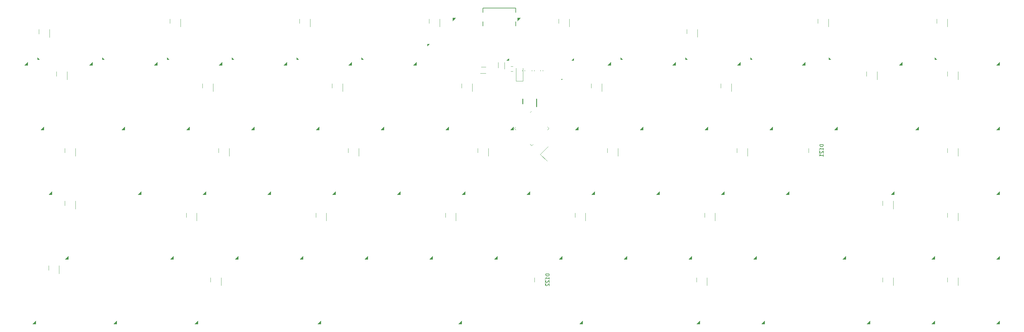
<source format=gbo>
G04 #@! TF.GenerationSoftware,KiCad,Pcbnew,(7.0.0)*
G04 #@! TF.CreationDate,2023-05-15T23:08:46-07:00*
G04 #@! TF.ProjectId,pcb-solder-rails,7063622d-736f-46c6-9465-722d7261696c,1.0*
G04 #@! TF.SameCoordinates,Original*
G04 #@! TF.FileFunction,Legend,Bot*
G04 #@! TF.FilePolarity,Positive*
%FSLAX46Y46*%
G04 Gerber Fmt 4.6, Leading zero omitted, Abs format (unit mm)*
G04 Created by KiCad (PCBNEW (7.0.0)) date 2023-05-15 23:08:46*
%MOMM*%
%LPD*%
G01*
G04 APERTURE LIST*
%ADD10C,0.150000*%
%ADD11C,0.100000*%
%ADD12C,0.120000*%
%ADD13C,0.200000*%
%ADD14C,0.254000*%
G04 APERTURE END LIST*
D10*
G04 #@! TO.C,D122*
X167199380Y25360476D02*
X166199380Y25360476D01*
X166199380Y25360476D02*
X166199380Y25122381D01*
X166199380Y25122381D02*
X166247000Y24979524D01*
X166247000Y24979524D02*
X166342238Y24884286D01*
X166342238Y24884286D02*
X166437476Y24836667D01*
X166437476Y24836667D02*
X166627952Y24789048D01*
X166627952Y24789048D02*
X166770809Y24789048D01*
X166770809Y24789048D02*
X166961285Y24836667D01*
X166961285Y24836667D02*
X167056523Y24884286D01*
X167056523Y24884286D02*
X167151761Y24979524D01*
X167151761Y24979524D02*
X167199380Y25122381D01*
X167199380Y25122381D02*
X167199380Y25360476D01*
X167199380Y23836667D02*
X167199380Y24408095D01*
X167199380Y24122381D02*
X166199380Y24122381D01*
X166199380Y24122381D02*
X166342238Y24217619D01*
X166342238Y24217619D02*
X166437476Y24312857D01*
X166437476Y24312857D02*
X166485095Y24408095D01*
X166294619Y23455714D02*
X166247000Y23408095D01*
X166247000Y23408095D02*
X166199380Y23312857D01*
X166199380Y23312857D02*
X166199380Y23074762D01*
X166199380Y23074762D02*
X166247000Y22979524D01*
X166247000Y22979524D02*
X166294619Y22931905D01*
X166294619Y22931905D02*
X166389857Y22884286D01*
X166389857Y22884286D02*
X166485095Y22884286D01*
X166485095Y22884286D02*
X166627952Y22931905D01*
X166627952Y22931905D02*
X167199380Y23503333D01*
X167199380Y23503333D02*
X167199380Y22884286D01*
X166294619Y22503333D02*
X166247000Y22455714D01*
X166247000Y22455714D02*
X166199380Y22360476D01*
X166199380Y22360476D02*
X166199380Y22122381D01*
X166199380Y22122381D02*
X166247000Y22027143D01*
X166247000Y22027143D02*
X166294619Y21979524D01*
X166294619Y21979524D02*
X166389857Y21931905D01*
X166389857Y21931905D02*
X166485095Y21931905D01*
X166485095Y21931905D02*
X166627952Y21979524D01*
X166627952Y21979524D02*
X167199380Y22550952D01*
X167199380Y22550952D02*
X167199380Y21931905D01*
G04 #@! TO.C,D121*
X247784380Y63452976D02*
X246784380Y63452976D01*
X246784380Y63452976D02*
X246784380Y63214881D01*
X246784380Y63214881D02*
X246832000Y63072024D01*
X246832000Y63072024D02*
X246927238Y62976786D01*
X246927238Y62976786D02*
X247022476Y62929167D01*
X247022476Y62929167D02*
X247212952Y62881548D01*
X247212952Y62881548D02*
X247355809Y62881548D01*
X247355809Y62881548D02*
X247546285Y62929167D01*
X247546285Y62929167D02*
X247641523Y62976786D01*
X247641523Y62976786D02*
X247736761Y63072024D01*
X247736761Y63072024D02*
X247784380Y63214881D01*
X247784380Y63214881D02*
X247784380Y63452976D01*
X247784380Y61929167D02*
X247784380Y62500595D01*
X247784380Y62214881D02*
X246784380Y62214881D01*
X246784380Y62214881D02*
X246927238Y62310119D01*
X246927238Y62310119D02*
X247022476Y62405357D01*
X247022476Y62405357D02*
X247070095Y62500595D01*
X246879619Y61548214D02*
X246832000Y61500595D01*
X246832000Y61500595D02*
X246784380Y61405357D01*
X246784380Y61405357D02*
X246784380Y61167262D01*
X246784380Y61167262D02*
X246832000Y61072024D01*
X246832000Y61072024D02*
X246879619Y61024405D01*
X246879619Y61024405D02*
X246974857Y60976786D01*
X246974857Y60976786D02*
X247070095Y60976786D01*
X247070095Y60976786D02*
X247212952Y61024405D01*
X247212952Y61024405D02*
X247784380Y61595833D01*
X247784380Y61595833D02*
X247784380Y60976786D01*
X247784380Y60024405D02*
X247784380Y60595833D01*
X247784380Y60310119D02*
X246784380Y60310119D01*
X246784380Y60310119D02*
X246927238Y60405357D01*
X246927238Y60405357D02*
X247022476Y60500595D01*
X247022476Y60500595D02*
X247070095Y60595833D01*
G04 #@! TO.C,D16*
G36*
X32899500Y86870001D02*
G01*
X31999500Y86870001D01*
X32899500Y87770001D01*
X32899500Y86870001D01*
G37*
D11*
X32899500Y86870001D02*
X31999500Y86870001D01*
X32899500Y87770001D01*
X32899500Y86870001D01*
G04 #@! TO.C,D65*
G36*
X151962000Y29720001D02*
G01*
X151062000Y29720001D01*
X151962000Y30620001D01*
X151962000Y29720001D01*
G37*
X151962000Y29720001D02*
X151062000Y29720001D01*
X151962000Y30620001D01*
X151962000Y29720001D01*
G04 #@! TO.C,D81*
G36*
X261499500Y10670001D02*
G01*
X260599500Y10670001D01*
X261499500Y11570001D01*
X261499500Y10670001D01*
G37*
X261499500Y10670001D02*
X260599500Y10670001D01*
X261499500Y11570001D01*
X261499500Y10670001D01*
G04 #@! TO.C,D72*
G36*
X299599500Y29720001D02*
G01*
X298699500Y29720001D01*
X299599500Y30620001D01*
X299599500Y29720001D01*
G37*
X299599500Y29720001D02*
X298699500Y29720001D01*
X299599500Y30620001D01*
X299599500Y29720001D01*
G04 #@! TO.C,D25*
G36*
X204349500Y86870001D02*
G01*
X203449500Y86870001D01*
X204349500Y87770001D01*
X204349500Y86870001D01*
G37*
X204349500Y86870001D02*
X203449500Y86870001D01*
X204349500Y87770001D01*
X204349500Y86870001D01*
G04 #@! TO.C,D17*
G36*
X51949500Y86870001D02*
G01*
X51049500Y86870001D01*
X51949500Y87770001D01*
X51949500Y86870001D01*
G37*
X51949500Y86870001D02*
X51049500Y86870001D01*
X51949500Y87770001D01*
X51949500Y86870001D01*
G04 #@! TO.C,D78*
G36*
X177026000Y10670001D02*
G01*
X176126000Y10670001D01*
X177026000Y11570001D01*
X177026000Y10670001D01*
G37*
X177026000Y10670001D02*
X176126000Y10670001D01*
X177026000Y11570001D01*
X177026000Y10670001D01*
G04 #@! TO.C,D71*
G36*
X280549500Y29720001D02*
G01*
X279649500Y29720001D01*
X280549500Y30620001D01*
X280549500Y29720001D01*
G37*
X280549500Y29720001D02*
X279649500Y29720001D01*
X280549500Y30620001D01*
X280549500Y29720001D01*
G04 #@! TO.C,D29*
G36*
X299599500Y86870001D02*
G01*
X298699500Y86870001D01*
X299599500Y87770001D01*
X299599500Y86870001D01*
G37*
X299599500Y86870001D02*
X298699500Y86870001D01*
X299599500Y87770001D01*
X299599500Y86870001D01*
G04 #@! TO.C,D48*
G36*
X85287000Y48770001D02*
G01*
X84387000Y48770001D01*
X85287000Y49670001D01*
X85287000Y48770001D01*
G37*
X85287000Y48770001D02*
X84387000Y48770001D01*
X85287000Y49670001D01*
X85287000Y48770001D01*
G04 #@! TO.C,D73*
G36*
X16230750Y10670001D02*
G01*
X15330750Y10670001D01*
X16230750Y11570001D01*
X16230750Y10670001D01*
G37*
X16230750Y10670001D02*
X15330750Y10670001D01*
X16230750Y11570001D01*
X16230750Y10670001D01*
G04 #@! TO.C,D67*
G36*
X190062000Y29720001D02*
G01*
X189162000Y29720001D01*
X190062000Y30620001D01*
X190062000Y29720001D01*
G37*
X190062000Y29720001D02*
X189162000Y29720001D01*
X190062000Y30620001D01*
X190062000Y29720001D01*
G04 #@! TO.C,D37*
G36*
X156724500Y67820001D02*
G01*
X155824500Y67820001D01*
X156724500Y68720001D01*
X156724500Y67820001D01*
G37*
X156724500Y67820001D02*
X155824500Y67820001D01*
X156724500Y68720001D01*
X156724500Y67820001D01*
G04 #@! TO.C,D28*
G36*
X271024500Y86870001D02*
G01*
X270124500Y86870001D01*
X271024500Y87770001D01*
X271024500Y86870001D01*
G37*
X271024500Y86870001D02*
X270124500Y86870001D01*
X271024500Y87770001D01*
X271024500Y86870001D01*
G04 #@! TO.C,D51*
G36*
X142437000Y48770001D02*
G01*
X141537000Y48770001D01*
X142437000Y49670001D01*
X142437000Y48770001D01*
G37*
X142437000Y48770001D02*
X141537000Y48770001D01*
X142437000Y49670001D01*
X142437000Y48770001D01*
G04 #@! TO.C,D38*
G36*
X175774500Y67820001D02*
G01*
X174874500Y67820001D01*
X175774500Y68720001D01*
X175774500Y67820001D01*
G37*
X175774500Y67820001D02*
X174874500Y67820001D01*
X175774500Y68720001D01*
X175774500Y67820001D01*
G04 #@! TO.C,D55*
G36*
X218637000Y48770001D02*
G01*
X217737000Y48770001D01*
X218637000Y49670001D01*
X218637000Y48770001D01*
G37*
X218637000Y48770001D02*
X217737000Y48770001D01*
X218637000Y49670001D01*
X218637000Y48770001D01*
G04 #@! TO.C,D76*
G36*
X100040500Y10667901D02*
G01*
X99140500Y10667901D01*
X100040500Y11567901D01*
X100040500Y10667901D01*
G37*
X100040500Y10667901D02*
X99140500Y10667901D01*
X100040500Y11567901D01*
X100040500Y10667901D01*
G04 #@! TO.C,D15*
G36*
X13849500Y86870001D02*
G01*
X12949500Y86870001D01*
X13849500Y87770001D01*
X13849500Y86870001D01*
G37*
X13849500Y86870001D02*
X12949500Y86870001D01*
X13849500Y87770001D01*
X13849500Y86870001D01*
G04 #@! TO.C,D74*
G36*
X40043250Y10670001D02*
G01*
X39143250Y10670001D01*
X40043250Y11570001D01*
X40043250Y10670001D01*
G37*
X40043250Y10670001D02*
X39143250Y10670001D01*
X40043250Y11570001D01*
X40043250Y10670001D01*
G04 #@! TO.C,D27*
G36*
X242449500Y86870001D02*
G01*
X241549500Y86870001D01*
X242449500Y87770001D01*
X242449500Y86870001D01*
G37*
X242449500Y86870001D02*
X241549500Y86870001D01*
X242449500Y87770001D01*
X242449500Y86870001D01*
G04 #@! TO.C,D58*
G36*
X299599500Y48770001D02*
G01*
X298699500Y48770001D01*
X299599500Y49670001D01*
X299599500Y48770001D01*
G37*
X299599500Y48770001D02*
X298699500Y48770001D01*
X299599500Y49670001D01*
X299599500Y48770001D01*
G04 #@! TO.C,D54*
G36*
X199587000Y48770001D02*
G01*
X198687000Y48770001D01*
X199587000Y49670001D01*
X199587000Y48770001D01*
G37*
X199587000Y48770001D02*
X198687000Y48770001D01*
X199587000Y49670001D01*
X199587000Y48770001D01*
G04 #@! TO.C,D22*
G36*
X138799500Y99929999D02*
G01*
X138799500Y100829999D01*
X139699500Y100829999D01*
X138799500Y99929999D01*
G37*
X138799500Y99929999D02*
X138799500Y100829999D01*
X139699500Y100829999D01*
X138799500Y99929999D01*
G04 #@! TO.C,D52*
G36*
X161487000Y48770001D02*
G01*
X160587000Y48770001D01*
X161487000Y49670001D01*
X161487000Y48770001D01*
G37*
X161487000Y48770001D02*
X160587000Y48770001D01*
X161487000Y49670001D01*
X161487000Y48770001D01*
G04 #@! TO.C,D40*
G36*
X213874500Y67820001D02*
G01*
X212974500Y67820001D01*
X213874500Y68720001D01*
X213874500Y67820001D01*
G37*
X213874500Y67820001D02*
X212974500Y67820001D01*
X213874500Y68720001D01*
X213874500Y67820001D01*
G04 #@! TO.C,D49*
G36*
X104337000Y48770001D02*
G01*
X103437000Y48770001D01*
X104337000Y49670001D01*
X104337000Y48770001D01*
G37*
X104337000Y48770001D02*
X103437000Y48770001D01*
X104337000Y49670001D01*
X104337000Y48770001D01*
G04 #@! TO.C,D33*
G36*
X80524500Y67820001D02*
G01*
X79624500Y67820001D01*
X80524500Y68720001D01*
X80524500Y67820001D01*
G37*
X80524500Y67820001D02*
X79624500Y67820001D01*
X80524500Y68720001D01*
X80524500Y67820001D01*
G04 #@! TO.C,D66*
G36*
X171012000Y29720001D02*
G01*
X170112000Y29720001D01*
X171012000Y30620001D01*
X171012000Y29720001D01*
G37*
X171012000Y29720001D02*
X170112000Y29720001D01*
X171012000Y30620001D01*
X171012000Y29720001D01*
G04 #@! TO.C,D64*
G36*
X132912000Y29720001D02*
G01*
X132012000Y29720001D01*
X132912000Y30620001D01*
X132912000Y29720001D01*
G37*
X132912000Y29720001D02*
X132012000Y29720001D01*
X132912000Y30620001D01*
X132912000Y29720001D01*
G04 #@! TO.C,D69*
G36*
X228162000Y29720001D02*
G01*
X227262000Y29720001D01*
X228162000Y30620001D01*
X228162000Y29720001D01*
G37*
X228162000Y29720001D02*
X227262000Y29720001D01*
X228162000Y30620001D01*
X228162000Y29720001D01*
G04 #@! TO.C,D19*
G36*
X90049500Y86870001D02*
G01*
X89149500Y86870001D01*
X90049500Y87770001D01*
X90049500Y86870001D01*
G37*
X90049500Y86870001D02*
X89149500Y86870001D01*
X90049500Y87770001D01*
X90049500Y86870001D01*
G04 #@! TO.C,D39*
G36*
X194824500Y67820001D02*
G01*
X193924500Y67820001D01*
X194824500Y68720001D01*
X194824500Y67820001D01*
G37*
X194824500Y67820001D02*
X193924500Y67820001D01*
X194824500Y68720001D01*
X194824500Y67820001D01*
G04 #@! TO.C,D77*
G36*
X141441250Y10670001D02*
G01*
X140541250Y10670001D01*
X141441250Y11570001D01*
X141441250Y10670001D01*
G37*
X141441250Y10670001D02*
X140541250Y10670001D01*
X141441250Y11570001D01*
X141441250Y10670001D01*
G04 #@! TO.C,D23*
G36*
X157849500Y99929999D02*
G01*
X157849500Y100829999D01*
X158749500Y100829999D01*
X157849500Y99929999D01*
G37*
X157849500Y99929999D02*
X157849500Y100829999D01*
X158749500Y100829999D01*
X157849500Y99929999D01*
G04 #@! TO.C,D53*
G36*
X180537000Y48770001D02*
G01*
X179637000Y48770001D01*
X180537000Y49670001D01*
X180537000Y48770001D01*
G37*
X180537000Y48770001D02*
X179637000Y48770001D01*
X180537000Y49670001D01*
X180537000Y48770001D01*
G04 #@! TO.C,D75*
G36*
X63855750Y10670001D02*
G01*
X62955750Y10670001D01*
X63855750Y11570001D01*
X63855750Y10670001D01*
G37*
X63855750Y10670001D02*
X62955750Y10670001D01*
X63855750Y11570001D01*
X63855750Y10670001D01*
G04 #@! TO.C,D60*
G36*
X56712000Y29720001D02*
G01*
X55812000Y29720001D01*
X56712000Y30620001D01*
X56712000Y29720001D01*
G37*
X56712000Y29720001D02*
X55812000Y29720001D01*
X56712000Y30620001D01*
X56712000Y29720001D01*
G04 #@! TO.C,D18*
G36*
X70999500Y86870001D02*
G01*
X70099500Y86870001D01*
X70999500Y87770001D01*
X70999500Y86870001D01*
G37*
X70999500Y86870001D02*
X70099500Y86870001D01*
X70999500Y87770001D01*
X70999500Y86870001D01*
G04 #@! TO.C,D24*
G36*
X185299500Y86870001D02*
G01*
X184399500Y86870001D01*
X185299500Y87770001D01*
X185299500Y86870001D01*
G37*
X185299500Y86870001D02*
X184399500Y86870001D01*
X185299500Y87770001D01*
X185299500Y86870001D01*
G04 #@! TO.C,D50*
G36*
X123387000Y48770001D02*
G01*
X122487000Y48770001D01*
X123387000Y49670001D01*
X123387000Y48770001D01*
G37*
X123387000Y48770001D02*
X122487000Y48770001D01*
X123387000Y49670001D01*
X123387000Y48770001D01*
G04 #@! TO.C,D47*
G36*
X66237000Y48770001D02*
G01*
X65337000Y48770001D01*
X66237000Y49670001D01*
X66237000Y48770001D01*
G37*
X66237000Y48770001D02*
X65337000Y48770001D01*
X66237000Y49670001D01*
X66237000Y48770001D01*
G04 #@! TO.C,D42*
G36*
X251974500Y67820001D02*
G01*
X251074500Y67820001D01*
X251974500Y68720001D01*
X251974500Y67820001D01*
G37*
X251974500Y67820001D02*
X251074500Y67820001D01*
X251974500Y68720001D01*
X251974500Y67820001D01*
G04 #@! TO.C,D44*
G36*
X299599500Y67820001D02*
G01*
X298699500Y67820001D01*
X299599500Y68720001D01*
X299599500Y67820001D01*
G37*
X299599500Y67820001D02*
X298699500Y67820001D01*
X299599500Y68720001D01*
X299599500Y67820001D01*
G04 #@! TO.C,D32*
G36*
X61474500Y67820001D02*
G01*
X60574500Y67820001D01*
X61474500Y68720001D01*
X61474500Y67820001D01*
G37*
X61474500Y67820001D02*
X60574500Y67820001D01*
X61474500Y68720001D01*
X61474500Y67820001D01*
G04 #@! TO.C,D36*
G36*
X137674500Y67820001D02*
G01*
X136774500Y67820001D01*
X137674500Y68720001D01*
X137674500Y67820001D01*
G37*
X137674500Y67820001D02*
X136774500Y67820001D01*
X137674500Y68720001D01*
X137674500Y67820001D01*
G04 #@! TO.C,D34*
G36*
X99574500Y67820001D02*
G01*
X98674500Y67820001D01*
X99574500Y68720001D01*
X99574500Y67820001D01*
G37*
X99574500Y67820001D02*
X98674500Y67820001D01*
X99574500Y68720001D01*
X99574500Y67820001D01*
G04 #@! TO.C,D56*
G36*
X237687000Y48770001D02*
G01*
X236787000Y48770001D01*
X237687000Y49670001D01*
X237687000Y48770001D01*
G37*
X237687000Y48770001D02*
X236787000Y48770001D01*
X237687000Y49670001D01*
X237687000Y48770001D01*
G04 #@! TO.C,D68*
G36*
X209112000Y29720001D02*
G01*
X208212000Y29720001D01*
X209112000Y30620001D01*
X209112000Y29720001D01*
G37*
X209112000Y29720001D02*
X208212000Y29720001D01*
X209112000Y30620001D01*
X209112000Y29720001D01*
G04 #@! TO.C,D61*
G36*
X75762000Y29720001D02*
G01*
X74862000Y29720001D01*
X75762000Y30620001D01*
X75762000Y29720001D01*
G37*
X75762000Y29720001D02*
X74862000Y29720001D01*
X75762000Y30620001D01*
X75762000Y29720001D01*
G04 #@! TO.C,D43*
G36*
X275787000Y67820001D02*
G01*
X274887000Y67820001D01*
X275787000Y68720001D01*
X275787000Y67820001D01*
G37*
X275787000Y67820001D02*
X274887000Y67820001D01*
X275787000Y68720001D01*
X275787000Y67820001D01*
G04 #@! TO.C,D57*
G36*
X268643250Y48770001D02*
G01*
X267743250Y48770001D01*
X268643250Y49670001D01*
X268643250Y48770001D01*
G37*
X268643250Y48770001D02*
X267743250Y48770001D01*
X268643250Y49670001D01*
X268643250Y48770001D01*
G04 #@! TO.C,D80*
G36*
X230543250Y10670001D02*
G01*
X229643250Y10670001D01*
X230543250Y11570001D01*
X230543250Y10670001D01*
G37*
X230543250Y10670001D02*
X229643250Y10670001D01*
X230543250Y11570001D01*
X230543250Y10670001D01*
G04 #@! TO.C,D26*
G36*
X223399500Y86870001D02*
G01*
X222499500Y86870001D01*
X223399500Y87770001D01*
X223399500Y86870001D01*
G37*
X223399500Y86870001D02*
X222499500Y86870001D01*
X223399500Y87770001D01*
X223399500Y86870001D01*
G04 #@! TO.C,D41*
G36*
X232924500Y67820001D02*
G01*
X232024500Y67820001D01*
X232924500Y68720001D01*
X232924500Y67820001D01*
G37*
X232924500Y67820001D02*
X232024500Y67820001D01*
X232924500Y68720001D01*
X232924500Y67820001D01*
G04 #@! TO.C,D31*
G36*
X42424500Y67820001D02*
G01*
X41524500Y67820001D01*
X42424500Y68720001D01*
X42424500Y67820001D01*
G37*
X42424500Y67820001D02*
X41524500Y67820001D01*
X42424500Y68720001D01*
X42424500Y67820001D01*
G04 #@! TO.C,D79*
G36*
X211454950Y10670001D02*
G01*
X210554950Y10670001D01*
X211454950Y11570001D01*
X211454950Y10670001D01*
G37*
X211454950Y10670001D02*
X210554950Y10670001D01*
X211454950Y11570001D01*
X211454950Y10670001D01*
G04 #@! TO.C,D63*
G36*
X113862000Y29720001D02*
G01*
X112962000Y29720001D01*
X113862000Y30620001D01*
X113862000Y29720001D01*
G37*
X113862000Y29720001D02*
X112962000Y29720001D01*
X113862000Y30620001D01*
X113862000Y29720001D01*
G04 #@! TO.C,D35*
G36*
X118624500Y67820001D02*
G01*
X117724500Y67820001D01*
X118624500Y68720001D01*
X118624500Y67820001D01*
G37*
X118624500Y67820001D02*
X117724500Y67820001D01*
X118624500Y68720001D01*
X118624500Y67820001D01*
G04 #@! TO.C,D62*
G36*
X94812000Y29720001D02*
G01*
X93912000Y29720001D01*
X94812000Y30620001D01*
X94812000Y29720001D01*
G37*
X94812000Y29720001D02*
X93912000Y29720001D01*
X94812000Y30620001D01*
X94812000Y29720001D01*
G04 #@! TO.C,D59*
G36*
X25755750Y29720001D02*
G01*
X24855750Y29720001D01*
X25755750Y30620001D01*
X25755750Y29720001D01*
G37*
X25755750Y29720001D02*
X24855750Y29720001D01*
X25755750Y30620001D01*
X25755750Y29720001D01*
G04 #@! TO.C,D20*
G36*
X109099500Y86870001D02*
G01*
X108199500Y86870001D01*
X109099500Y87770001D01*
X109099500Y86870001D01*
G37*
X109099500Y86870001D02*
X108199500Y86870001D01*
X109099500Y87770001D01*
X109099500Y86870001D01*
G04 #@! TO.C,D83*
G36*
X299599500Y10670001D02*
G01*
X298699500Y10670001D01*
X299599500Y11570001D01*
X299599500Y10670001D01*
G37*
X299599500Y10670001D02*
X298699500Y10670001D01*
X299599500Y11570001D01*
X299599500Y10670001D01*
G04 #@! TO.C,D82*
G36*
X280549500Y10670001D02*
G01*
X279649500Y10670001D01*
X280549500Y11570001D01*
X280549500Y10670001D01*
G37*
X280549500Y10670001D02*
X279649500Y10670001D01*
X280549500Y11570001D01*
X280549500Y10670001D01*
G04 #@! TO.C,D70*
G36*
X254355750Y29720001D02*
G01*
X253455750Y29720001D01*
X254355750Y30620001D01*
X254355750Y29720001D01*
G37*
X254355750Y29720001D02*
X253455750Y29720001D01*
X254355750Y30620001D01*
X254355750Y29720001D01*
G04 #@! TO.C,D45*
G36*
X20993250Y48770001D02*
G01*
X20093250Y48770001D01*
X20993250Y49670001D01*
X20993250Y48770001D01*
G37*
X20993250Y48770001D02*
X20093250Y48770001D01*
X20993250Y49670001D01*
X20993250Y48770001D01*
G04 #@! TO.C,D21*
G36*
X128149500Y86870001D02*
G01*
X127249500Y86870001D01*
X128149500Y87770001D01*
X128149500Y86870001D01*
G37*
X128149500Y86870001D02*
X127249500Y86870001D01*
X128149500Y87770001D01*
X128149500Y86870001D01*
G04 #@! TO.C,D46*
G36*
X47187000Y48770001D02*
G01*
X46287000Y48770001D01*
X47187000Y49670001D01*
X47187000Y48770001D01*
G37*
X47187000Y48770001D02*
X46287000Y48770001D01*
X47187000Y49670001D01*
X47187000Y48770001D01*
G04 #@! TO.C,D30*
G36*
X18612000Y67820001D02*
G01*
X17712000Y67820001D01*
X18612000Y68720001D01*
X18612000Y67820001D01*
G37*
X18612000Y67820001D02*
X17712000Y67820001D01*
X18612000Y68720001D01*
X18612000Y67820001D01*
D12*
G04 #@! TO.C,D108*
X60477000Y42720000D02*
X60477000Y42070000D01*
X60477000Y42720000D02*
X60477000Y43370000D01*
X63597000Y42720000D02*
X63597000Y41045000D01*
X63597000Y42720000D02*
X63597000Y43370000D01*
G04 #@! TO.C,D6*
G36*
X112567000Y88550000D02*
G01*
X112017000Y88550000D01*
X112017000Y89150000D01*
X112567000Y88550000D01*
G37*
D11*
X112567000Y88550000D02*
X112017000Y88550000D01*
X112017000Y89150000D01*
X112567000Y88550000D01*
D12*
G04 #@! TO.C,D90*
X246217000Y99870000D02*
X246217000Y99220000D01*
X246217000Y99870000D02*
X246217000Y100520000D01*
X249337000Y99870000D02*
X249337000Y98195000D01*
X249337000Y99870000D02*
X249337000Y100520000D01*
G04 #@! TO.C,D109*
X98577000Y42720000D02*
X98577000Y42070000D01*
X98577000Y42720000D02*
X98577000Y43370000D01*
X101697000Y42720000D02*
X101697000Y41045000D01*
X101697000Y42720000D02*
X101697000Y43370000D01*
G04 #@! TO.C,D91*
X281177000Y99840000D02*
X281177000Y99190000D01*
X281177000Y99840000D02*
X281177000Y100490000D01*
X284297000Y99840000D02*
X284297000Y98165000D01*
X284297000Y99840000D02*
X284297000Y100490000D01*
G04 #@! TO.C,Y2*
X164590324Y60613223D02*
X166923777Y62946676D01*
X166570223Y58633324D02*
X164590324Y60613223D01*
G04 #@! TO.C,D4*
G36*
X74477000Y88550000D02*
G01*
X73927000Y88550000D01*
X73927000Y89150000D01*
X74477000Y88550000D01*
G37*
D11*
X74477000Y88550000D02*
X73927000Y88550000D01*
X73927000Y89150000D01*
X74477000Y88550000D01*
D12*
G04 #@! TO.C,D92*
X22367000Y84320000D02*
X22367000Y83670000D01*
X22367000Y84320000D02*
X22367000Y84970000D01*
X25487000Y84320000D02*
X25487000Y82645000D01*
X25487000Y84320000D02*
X25487000Y84970000D01*
G04 #@! TO.C,U2*
X152237000Y86080000D02*
X152237000Y87680000D01*
X154037000Y87680000D02*
X154037000Y85780000D01*
G04 #@! TO.C,D84*
X17177000Y96770000D02*
X17177000Y96120000D01*
X17177000Y96770000D02*
X17177000Y97420000D01*
X20297000Y96770000D02*
X20297000Y95095000D01*
X20297000Y96770000D02*
X20297000Y97420000D01*
G04 #@! TO.C,D122*
X162872000Y23670000D02*
X162872000Y23020000D01*
X162872000Y23670000D02*
X162872000Y24320000D01*
X165992000Y23670000D02*
X165992000Y21995000D01*
X165992000Y23670000D02*
X165992000Y24320000D01*
G04 #@! TO.C,D104*
X184307000Y61770000D02*
X184307000Y61120000D01*
X184307000Y61770000D02*
X184307000Y62420000D01*
X187427000Y61770000D02*
X187427000Y60095000D01*
X187427000Y61770000D02*
X187427000Y62420000D01*
D13*
G04 #@! TO.C,J1*
X171037000Y82690000D02*
G75*
G03*
X171037000Y82690000I-100000J0D01*
G01*
D12*
G04 #@! TO.C,D110*
X136677000Y42720000D02*
X136677000Y42070000D01*
X136677000Y42720000D02*
X136677000Y43370000D01*
X139797000Y42720000D02*
X139797000Y41045000D01*
X139797000Y42720000D02*
X139797000Y43370000D01*
G04 #@! TO.C,D88*
X170017000Y99860000D02*
X170017000Y99210000D01*
X170017000Y99860000D02*
X170017000Y100510000D01*
X173137000Y99860000D02*
X173137000Y98185000D01*
X173137000Y99860000D02*
X173137000Y100510000D01*
G04 #@! TO.C,D121*
X243457000Y61762500D02*
X243457000Y61112500D01*
X243457000Y61762500D02*
X243457000Y62412500D01*
X246577000Y61762500D02*
X246577000Y60087500D01*
X246577000Y61762500D02*
X246577000Y62412500D01*
G04 #@! TO.C,D116*
X67617000Y23670000D02*
X67617000Y23020000D01*
X67617000Y23670000D02*
X67617000Y24320000D01*
X70737000Y23670000D02*
X70737000Y21995000D01*
X70737000Y23670000D02*
X70737000Y24320000D01*
G04 #@! TO.C,D107*
X24757000Y46230000D02*
X24757000Y45580000D01*
X24757000Y46230000D02*
X24757000Y46880000D01*
X27877000Y46230000D02*
X27877000Y44555000D01*
X27877000Y46230000D02*
X27877000Y46880000D01*
D14*
G04 #@! TO.C,U1*
X163426000Y76980000D02*
X163426000Y74630000D01*
X159428000Y75480000D02*
X159428000Y76980000D01*
G04 #@! TO.C,D5*
G36*
X93527000Y88550000D02*
G01*
X92977000Y88550000D01*
X92977000Y89150000D01*
X93527000Y88550000D01*
G37*
D11*
X93527000Y88550000D02*
X92977000Y88550000D01*
X92977000Y89150000D01*
X93527000Y88550000D01*
G04 #@! TO.C,D2*
G36*
X36377000Y88550000D02*
G01*
X35827000Y88550000D01*
X35827000Y89150000D01*
X36377000Y88550000D01*
G37*
X36377000Y88550000D02*
X35827000Y88550000D01*
X35827000Y89150000D01*
X36377000Y88550000D01*
D12*
G04 #@! TO.C,D96*
X179537000Y80820000D02*
X179537000Y80170000D01*
X179537000Y80820000D02*
X179537000Y81470000D01*
X182657000Y80820000D02*
X182657000Y79145000D01*
X182657000Y80820000D02*
X182657000Y81470000D01*
G04 #@! TO.C,D95*
X141437000Y80820000D02*
X141437000Y80170000D01*
X141437000Y80820000D02*
X141437000Y81470000D01*
X144557000Y80820000D02*
X144557000Y79145000D01*
X144557000Y80820000D02*
X144557000Y81470000D01*
G04 #@! TO.C,D106*
X284317000Y61770000D02*
X284317000Y61120000D01*
X284317000Y61770000D02*
X284317000Y62420000D01*
X287437000Y61770000D02*
X287437000Y60095000D01*
X287437000Y61770000D02*
X287437000Y62420000D01*
D13*
G04 #@! TO.C,J2*
X147747000Y103700000D02*
X157327000Y103700000D01*
X147747000Y102420000D02*
X147747000Y103700000D01*
X147747000Y98450000D02*
X147747000Y99700000D01*
X157327000Y103700000D02*
X157327000Y102420000D01*
X157327000Y98450000D02*
X157327000Y99700000D01*
D12*
G04 #@! TO.C,D100*
X24757000Y61770000D02*
X24757000Y61120000D01*
X24757000Y61770000D02*
X24757000Y62420000D01*
X27877000Y61770000D02*
X27877000Y60095000D01*
X27877000Y61770000D02*
X27877000Y62420000D01*
G04 #@! TO.C,U6*
X167142311Y68288629D02*
X166682692Y68748248D01*
X166682692Y67829010D02*
X167142311Y68288629D01*
X161577381Y72934321D02*
X162037000Y73393940D01*
X162496619Y63642937D02*
X162037000Y63183318D01*
X157391308Y68748248D02*
X156931689Y68288629D01*
X162037000Y63183318D02*
X161577381Y63642937D01*
X156931689Y68288629D02*
X157391308Y67829010D01*
G04 #@! TO.C,D117*
X210497000Y23670000D02*
X210497000Y23020000D01*
X210497000Y23670000D02*
X210497000Y24320000D01*
X213617000Y23670000D02*
X213617000Y21995000D01*
X213617000Y23670000D02*
X213617000Y24320000D01*
G04 #@! TO.C,D102*
X108107000Y61770000D02*
X108107000Y61120000D01*
X108107000Y61770000D02*
X108107000Y62420000D01*
X111227000Y61770000D02*
X111227000Y60095000D01*
X111227000Y61770000D02*
X111227000Y62420000D01*
G04 #@! TO.C,D113*
X265267000Y46220000D02*
X265267000Y45570000D01*
X265267000Y46220000D02*
X265267000Y46870000D01*
X268387000Y46220000D02*
X268387000Y44545000D01*
X268387000Y46220000D02*
X268387000Y46870000D01*
G04 #@! TO.C,D114*
X284317000Y42720000D02*
X284317000Y42070000D01*
X284317000Y42720000D02*
X284317000Y43370000D01*
X287437000Y42720000D02*
X287437000Y41045000D01*
X287437000Y42720000D02*
X287437000Y43370000D01*
G04 #@! TO.C,D87*
X131917000Y99870000D02*
X131917000Y99220000D01*
X131917000Y99870000D02*
X131917000Y100520000D01*
X135037000Y99870000D02*
X135037000Y98195000D01*
X135037000Y99870000D02*
X135037000Y100520000D01*
G04 #@! TO.C,D9*
G36*
X174397000Y88300000D02*
G01*
X173797000Y88300000D01*
X174397000Y88850000D01*
X174397000Y88300000D01*
G37*
D11*
X174397000Y88300000D02*
X173797000Y88300000D01*
X174397000Y88850000D01*
X174397000Y88300000D01*
D12*
G04 #@! TO.C,D86*
X93817000Y99870000D02*
X93817000Y99220000D01*
X93817000Y99870000D02*
X93817000Y100520000D01*
X96937000Y99870000D02*
X96937000Y98195000D01*
X96937000Y99870000D02*
X96937000Y100520000D01*
G04 #@! TO.C,C40*
X165367000Y85397836D02*
X165367000Y85182164D01*
X164647000Y85397836D02*
X164647000Y85182164D01*
G04 #@! TO.C,D97*
X217637000Y80820000D02*
X217637000Y80170000D01*
X217637000Y80820000D02*
X217637000Y81470000D01*
X220757000Y80820000D02*
X220757000Y79145000D01*
X220757000Y80820000D02*
X220757000Y81470000D01*
G04 #@! TO.C,D85*
X55717000Y99860000D02*
X55717000Y99210000D01*
X55717000Y99860000D02*
X55717000Y100510000D01*
X58837000Y99860000D02*
X58837000Y98185000D01*
X58837000Y99860000D02*
X58837000Y100510000D01*
G04 #@! TO.C,D8*
G36*
X155297000Y88290000D02*
G01*
X154697000Y88290000D01*
X155297000Y88840000D01*
X155297000Y88290000D01*
G37*
D11*
X155297000Y88290000D02*
X154697000Y88290000D01*
X155297000Y88840000D01*
X155297000Y88290000D01*
G04 #@! TO.C,D10*
G36*
X188777000Y88550000D02*
G01*
X188227000Y88550000D01*
X188227000Y89150000D01*
X188777000Y88550000D01*
G37*
X188777000Y88550000D02*
X188227000Y88550000D01*
X188227000Y89150000D01*
X188777000Y88550000D01*
D12*
G04 #@! TO.C,D98*
X260497000Y84320000D02*
X260497000Y83670000D01*
X260497000Y84320000D02*
X260497000Y84970000D01*
X263617000Y84320000D02*
X263617000Y82645000D01*
X263617000Y84320000D02*
X263617000Y84970000D01*
G04 #@! TO.C,D94*
X103337000Y80820000D02*
X103337000Y80170000D01*
X103337000Y80820000D02*
X103337000Y81470000D01*
X106457000Y80820000D02*
X106457000Y79145000D01*
X106457000Y80820000D02*
X106457000Y81470000D01*
G04 #@! TO.C,U7*
X146987000Y84520000D02*
X148537000Y84520000D01*
X148537000Y86320000D02*
X147237000Y86320000D01*
G04 #@! TO.C,D13*
G36*
X249967000Y88530000D02*
G01*
X249417000Y88530000D01*
X249417000Y89130000D01*
X249967000Y88530000D01*
G37*
D11*
X249967000Y88530000D02*
X249417000Y88530000D01*
X249417000Y89130000D01*
X249967000Y88530000D01*
D12*
G04 #@! TO.C,D111*
X174777000Y42720000D02*
X174777000Y42070000D01*
X174777000Y42720000D02*
X174777000Y43370000D01*
X177897000Y42720000D02*
X177897000Y41045000D01*
X177897000Y42720000D02*
X177897000Y43370000D01*
G04 #@! TO.C,C15*
X159997000Y85407836D02*
X159997000Y85192164D01*
X159277000Y85407836D02*
X159277000Y85192164D01*
G04 #@! TO.C,D7*
G36*
X131337000Y92540000D02*
G01*
X131337000Y93090000D01*
X131937000Y93090000D01*
X131337000Y92540000D01*
G37*
D11*
X131337000Y92540000D02*
X131337000Y93090000D01*
X131937000Y93090000D01*
X131337000Y92540000D01*
D12*
G04 #@! TO.C,D120*
X157467000Y82160000D02*
X157467000Y86020000D01*
X159467000Y82160000D02*
X157467000Y82160000D01*
X159467000Y82160000D02*
X159467000Y86020000D01*
G04 #@! TO.C,F1*
X155968422Y86480000D02*
X156485578Y86480000D01*
X155968422Y85060000D02*
X156485578Y85060000D01*
G04 #@! TO.C,D89*
X207657000Y96800000D02*
X207657000Y96150000D01*
X207657000Y96800000D02*
X207657000Y97450000D01*
X210777000Y96800000D02*
X210777000Y95125000D01*
X210777000Y96800000D02*
X210777000Y97450000D01*
G04 #@! TO.C,D1*
G36*
X17327000Y88550000D02*
G01*
X16777000Y88550000D01*
X16777000Y89150000D01*
X17327000Y88550000D01*
G37*
D11*
X17327000Y88550000D02*
X16777000Y88550000D01*
X16777000Y89150000D01*
X17327000Y88550000D01*
G04 #@! TO.C,D3*
G36*
X55427000Y88550000D02*
G01*
X54877000Y88550000D01*
X54877000Y89150000D01*
X55427000Y88550000D01*
G37*
X55427000Y88550000D02*
X54877000Y88550000D01*
X54877000Y89150000D01*
X55427000Y88550000D01*
D12*
G04 #@! TO.C,D112*
X212877000Y42720000D02*
X212877000Y42070000D01*
X212877000Y42720000D02*
X212877000Y43370000D01*
X215997000Y42720000D02*
X215997000Y41045000D01*
X215997000Y42720000D02*
X215997000Y43370000D01*
G04 #@! TO.C,D103*
X146207000Y61770000D02*
X146207000Y61120000D01*
X146207000Y61770000D02*
X146207000Y62420000D01*
X149327000Y61770000D02*
X149327000Y60095000D01*
X149327000Y61770000D02*
X149327000Y62420000D01*
G04 #@! TO.C,D11*
G36*
X207827000Y88550000D02*
G01*
X207277000Y88550000D01*
X207277000Y89150000D01*
X207827000Y88550000D01*
G37*
D11*
X207827000Y88550000D02*
X207277000Y88550000D01*
X207277000Y89150000D01*
X207827000Y88550000D01*
D12*
G04 #@! TO.C,D119*
X284317000Y23670000D02*
X284317000Y23020000D01*
X284317000Y23670000D02*
X284317000Y24320000D01*
X287437000Y23670000D02*
X287437000Y21995000D01*
X287437000Y23670000D02*
X287437000Y24320000D01*
G04 #@! TO.C,D12*
G36*
X226887000Y88550000D02*
G01*
X226337000Y88550000D01*
X226337000Y89150000D01*
X226887000Y88550000D01*
G37*
D11*
X226887000Y88550000D02*
X226337000Y88550000D01*
X226337000Y89150000D01*
X226887000Y88550000D01*
D12*
G04 #@! TO.C,D115*
X19997000Y27160000D02*
X19997000Y26510000D01*
X19997000Y27160000D02*
X19997000Y27810000D01*
X23117000Y27160000D02*
X23117000Y25485000D01*
X23117000Y27160000D02*
X23117000Y27810000D01*
G04 #@! TO.C,D101*
X69997000Y61770000D02*
X69997000Y61120000D01*
X69997000Y61770000D02*
X69997000Y62420000D01*
X73117000Y61770000D02*
X73117000Y60095000D01*
X73117000Y61770000D02*
X73117000Y62420000D01*
G04 #@! TO.C,D105*
X222407000Y61770000D02*
X222407000Y61120000D01*
X222407000Y61770000D02*
X222407000Y62420000D01*
X225527000Y61770000D02*
X225527000Y60095000D01*
X225527000Y61770000D02*
X225527000Y62420000D01*
G04 #@! TO.C,D93*
X65237000Y80820000D02*
X65237000Y80170000D01*
X65237000Y80820000D02*
X65237000Y81470000D01*
X68357000Y80820000D02*
X68357000Y79145000D01*
X68357000Y80820000D02*
X68357000Y81470000D01*
G04 #@! TO.C,D14*
G36*
X281147000Y88540000D02*
G01*
X280597000Y88540000D01*
X280597000Y89140000D01*
X281147000Y88540000D01*
G37*
D11*
X281147000Y88540000D02*
X280597000Y88540000D01*
X280597000Y89140000D01*
X281147000Y88540000D01*
D12*
G04 #@! TO.C,D118*
X265267000Y23670000D02*
X265267000Y23020000D01*
X265267000Y23670000D02*
X265267000Y24320000D01*
X268387000Y23670000D02*
X268387000Y21995000D01*
X268387000Y23670000D02*
X268387000Y24320000D01*
G04 #@! TO.C,D99*
X284317000Y84320000D02*
X284317000Y83670000D01*
X284317000Y84320000D02*
X284317000Y84970000D01*
X287437000Y84320000D02*
X287437000Y82645000D01*
X287437000Y84320000D02*
X287437000Y84970000D01*
G04 #@! TO.C,C39*
X162817000Y85407836D02*
X162817000Y85192164D01*
X162097000Y85407836D02*
X162097000Y85192164D01*
G04 #@! TD*
M02*

</source>
